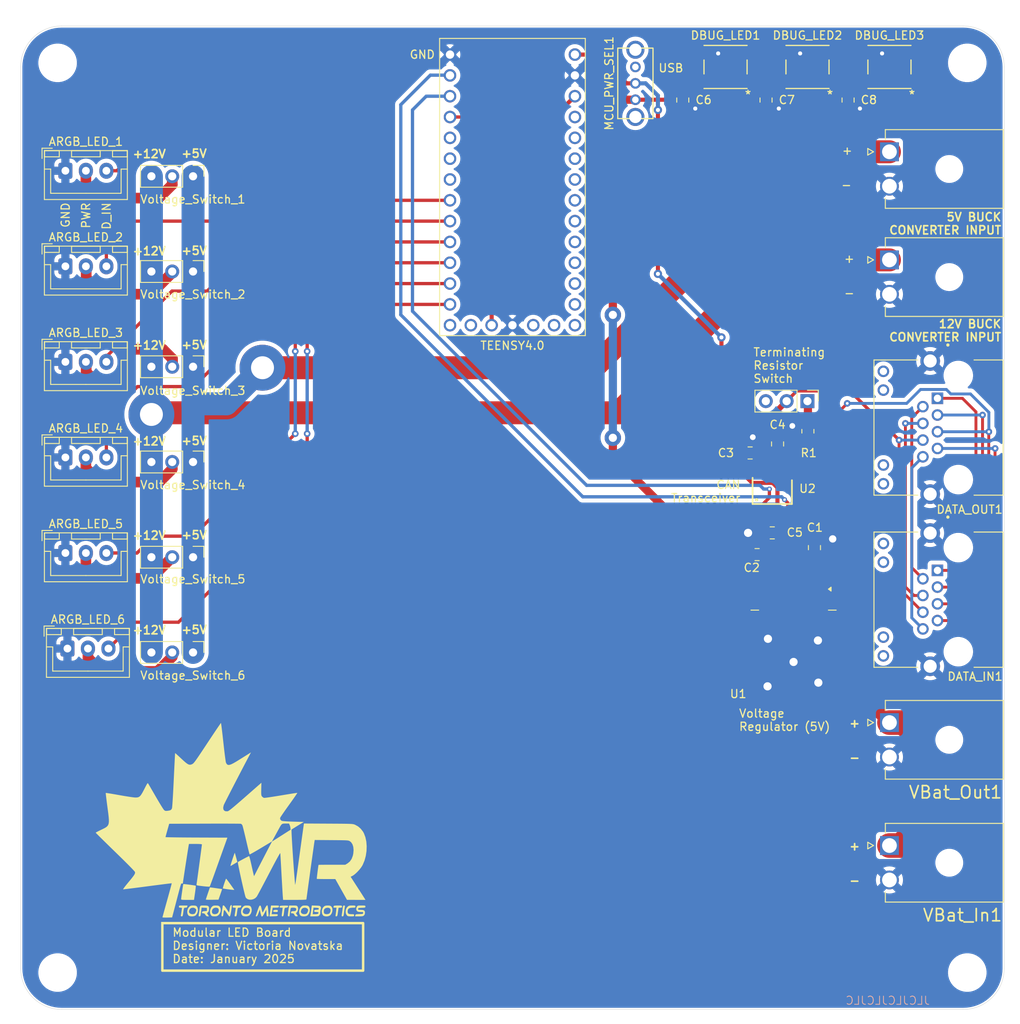
<source format=kicad_pcb>
(kicad_pcb (version 20240108) (generator "pcbnew") (generator_version "8.0")
  (layers (0 "F.Cu" signal) (31 "B.Cu" signal) (34 "B.Paste" user) (35 "F.Paste" user) (36 "B.SilkS" user "B.Silkscreen") (37 "F.SilkS" user "F.Silkscreen") (38 "B.Mask" user) (39 "F.Mask" user) (44 "Edge.Cuts" user))
  (net 0 "")
  (net 1 "+5V")
  (net 2 "GND")
  (net 3 "DEBUG_LED")
  (net 6 "+BATT")
  (net 7 "+3.3V")
  (net 15 "Net-(DBUG_LED1-DOUT)")
  (net 16 "Net-(DBUG_LED2-DOUT)")
  (net 18 "LED_1")
  (net 19 "LED_2")
  (net 20 "LED_3")
  (net 21 "CAN_L2")
  (net 22 "UART1RX")
  (net 23 "CAN_L3")
  (net 24 "CAN_H1")
  (net 25 "UART1TX")
  (net 26 "CAN_H3")
  (net 27 "CAN_L1")
  (net 28 "CAN_H2")
  (net 29 "LED_5")
  (net 30 "LED_6")
  (net 31 "CAN-")
  (net 32 "CAN+")
  (net 33 "+5V BUCK")
  (net 34 "Net-(TerminatingResistorSwitch1-Pin_1)")
  (net 35 "Net-(Voltage_Switch_1-Pin_2)")
  (net 36 "Net-(Voltage_Switch_2-Pin_2)")
  (net 37 "Net-(Voltage_Switch_3-Pin_2)")
  (net 38 "Net-(Voltage_Switch_4-Pin_2)")
  (net 39 "Net-(Voltage_Switch_5-Pin_2)")
  (net 40 "Net-(Voltage_Switch_6-Pin_2)")
  (net 62 "LED_4")
  (net 63 "+12V BUCK")
  (net 64 "+5VA")
  (footprint "Capacitor_SMD:C_0805_2012Metric_Pad1.18x1.45mm_HandSolder" (layer "F.Cu") (at 172.35 91 90)
    (property "Reference" "C4")
    (property "Value" "30pF")
  )
  (footprint "TMR-25-1-1-0 Modular Control Board Template Footprints:MOLEX_1726480102" (layer "F.Cu") (at 186 140 90)
    (property "Reference" "VBat_In1")
    (property "Value" "1726480102" (hide yes))
  )
  (footprint "1726480102:MOLEX_1726480102" (layer "F.Cu") (at 186 55.35 90)
    (property "Reference" "J2" (hide yes))
    (property "Value" "1726480102")
  )
  (footprint "TMR-25-1-1-0 Modular Control Board Template Footprints:ADAMTECH_MTJ-88ARX1-FSM-LG" (layer "F.Cu") (at 194.4 110 90)
    (property "Reference" "DATA_IN1")
    (property "Value" "MTJ-88ARX1-FSM-LG")
  )
  (footprint "Connector_PinHeader_2.54mm:PinHeader_1x03_P2.54mm_Vertical" (layer "F.Cu") (at 101.025 93.2 -90)
    (property "Reference" "Voltage_Switch_4" (hide yes))
    (property "Value" "~")
  )
  (footprint "Connector_PinHeader_2.54mm:PinHeader_1x03_P2.54mm_Vertical" (layer "F.Cu") (at 101.025 58.34 -90)
    (property "Reference" "Voltage_Switch_1")
    (property "Value" "~")
  )
  (footprint "Capacitor_SMD:C_0805_2012Metric_Pad1.18x1.45mm_HandSolder" (layer "F.Cu") (at 169 92.1 180)
    (property "Reference" "C3")
    (property "Value" "30pF_1")
  )
  (footprint "TMR-25-1-1-0 Modular Control Board Template Footprints:COM-16347_SPK-M" (layer "F.Cu") (at 176 45 180)
    (property "Reference" "DBUG_LED2")
    (property "Value" "COM-16347" (hide yes))
  )
  (footprint "MountingHole:MountingHole_4.3mm_M4" (layer "F.Cu") (at 84.5 155.5)
    (property "Reference" "REF**" (hide yes))
    (property "Value" "MountingHole_4.3mm_M4" (hide yes))
  )
  (footprint "Connector_PinHeader_2.54mm:PinHeader_1x03_P2.54mm_Vertical" (layer "F.Cu") (at 101.025 81.58 -90)
    (property "Reference" "Voltage_Switch_3" (hide yes))
    (property "Value" "~")
  )
  (footprint "1726480102:MOLEX_1726480102" (layer "F.Cu") (at 186 68.54 90)
    (property "Reference" "J1" (hide yes))
    (property "Value" "1726480102")
  )
  (footprint "TMR-25-1-1-0 Modular Control Board Template Footprints:COM-16347_SPK-M" (layer "F.Cu") (at 186 45 180)
    (property "Reference" "DBUG_LED3")
    (property "Value" "COM-16347" (hide yes))
  )
  (footprint "Capacitor_SMD:C_0805_2012Metric_Pad1.18x1.45mm_HandSolder" (layer "F.Cu") (at 171.7 101.85 180)
    (property "Reference" "C5")
    (property "Value" "0.1µF")
  )
  (footprint "Capacitor_SMD:C_0805_2012Metric_Pad1.18x1.45mm_HandSolder" (layer "F.Cu") (at 169.85 104.5 180)
    (property "Reference" "C2")
    (property "Value" "1uF")
  )
  (footprint "Capacitor_SMD:C_0805_2012Metric_Pad1.18x1.45mm_HandSolder" (layer "F.Cu") (at 160.782 49.0375 -90)
    (property "Reference" "C6")
    (property "Value" "0.1µF" (hide yes))
  )
  (footprint "MountingHole:MountingHole_4.3mm_M4" (layer "F.Cu") (at 195.5 155.5)
    (property "Reference" "REF**" (hide yes))
    (property "Value" "MountingHole_4.3mm_M4" (hide yes))
  )
  (footprint "MountingHole:MountingHole_4.3mm_M4" (layer "F.Cu") (at 84.5 44.5)
    (property "Reference" "REF**" (hide yes))
    (property "Value" "MountingHole_4.3mm_M4" (hide yes))
  )
  (footprint "TMR-25-1-1-0 Modular Control Board Template Footprints:MOLEX_1726480102" (layer "F.Cu") (at 186 125 90)
    (property "Reference" "VBat_Out1")
    (property "Value" "1726480102" (hide yes))
  )
  (footprint "Connector_JST:JST_XH_B3B-XH-A_1x03_P2.50mm_Vertical" (layer "F.Cu") (at 85.45 69.325)
    (property "Reference" "ARGB_LED_2")
    (property "Value" "B3B-XH-A(LF)(SN)")
  )
  (footprint "TMR-25-1-1-0 Modular Control Board Template Footprints:OS102011MS2QN1" (layer "F.Cu") (at 155 47 90)
    (property "Reference" "MCU_PWR_SEL1")
    (property "Value" "OS102011MS2QN1" (hide yes))
  )
  (footprint "TMR-25-1-1-0 Modular Control Board Template Footprints:MODULE_DEV-15583" (layer "F.Cu") (at 140 60)
    (property "Reference" "TEENSY4.0")
    (property "Value" "DEV-15583" (hide yes))
  )
  (footprint "Connector_JST:JST_XH_B3B-XH-A_1x03_P2.50mm_Vertical" (layer "F.Cu") (at 85.45 104.305)
    (property "Reference" "ARGB_LED_5")
    (property "Value" "B3B-XH-A(LF)(SN)")
  )
  (footprint "Capacitor_SMD:C_0805_2012Metric_Pad1.18x1.45mm_HandSolder" (layer "F.Cu") (at 180.95 49.0375 -90)
    (property "Reference" "C8")
    (property "Value" "0.1µF" (hide yes))
  )
  (footprint "Connector_PinHeader_2.54mm:PinHeader_1x03_P2.54mm_Vertical" (layer "F.Cu") (at 101.025 69.96 -90)
    (property "Reference" "Voltage_Switch_2" (hide yes))
    (property "Value" "~")
  )
  (footprint "Connector_PinHeader_2.54mm:PinHeader_1x03_P2.54mm_Vertical" (layer "F.Cu") (at 101.025 104.82 -90)
    (property "Reference" "Voltage_Switch_5" (hide yes))
    (property "Value" "~")
  )
  (footprint "Capacitor_SMD:C_0805_2012Metric_Pad1.18x1.45mm_HandSolder" (layer "F.Cu") (at 176.85 103.65 90)
    (property "Reference" "C1")
    (property "Value" "100nF1")
  )
  (footprint "Capacitor_SMD:C_0805_2012Metric_Pad1.18x1.45mm_HandSolder" (layer "F.Cu") (at 170.942 49.0375 -90)
    (property "Reference" "C7")
    (property "Value" "0.1µF" (hide yes))
  )
  (footprint "Resistor_SMD:R_0805_2012Metric_Pad1.20x1.40mm_HandSolder" (layer "F.Cu") (at 176.05 89.45 90)
    (property "Reference" "R1")
    (property "Value" "120Ω")
  )
  (footprint "TMR-25-1-1-0 Modular Control Board Template Footprints:ADAMTECH_MTJ-88ARX1-FSM-LG" (layer "F.Cu") (at 194.4 89 90)
    (property "Reference" "DATA_OUT1")
    (property "Value" "MTJ-88ARX1-FSM-LG")
  )
  (footprint "Connector_JST:JST_XH_B3B-XH-A_1x03_P2.50mm_Vertical" (layer "F.Cu") (at 85.45 80.985)
    (property "Reference" "ARGB_LED_3")
    (property "Value" "B3B-XH-A(LF)(SN)")
  )
  (footprint "TMR-25-1-1-0 Modular Control Board Template Footprints:COM-16347_SPK-M" (layer "F.Cu") (at 166 45 180)
    (property "Reference" "DBUG_LED1")
    (property "Value" "COM-16347" (hide yes))
  )
  (footprint "Connector_JST:JST_XH_B3B-XH-A_1x03_P2.50mm_Vertical" (layer "F.Cu") (at 85.45 57.665)
    (property "Reference" "ARGB_LED_1")
    (property "Value" "B3B-XH-A(LF)(SN)")
  )
  (footprint "LOGO" (layer "F.Cu") (at 106.5 137.9)
    (property "Reference" "G***" (hide yes))
    (property "Value" "LOGO" (hide yes))
  )
  (footprint "Connector_PinHeader_2.54mm:PinHeader_1x03_P2.54mm_Vertical" (layer "F.Cu") (at 175.995 85.775 -90)
    (property "Reference" "TerminatingResistorSwitch1" (hide yes))
    (property "Value" "Conn_01x03")
  )
  (footprint "Package_TO_SOT_SMD:TO-263-4" (layer "F.Cu") (at 174.3 116.1 -90)
    (property "Reference" "U1")
    (property "Value" "TLS850B0TEV50")
  )
  (footprint "Connector_PinHeader_2.54mm:PinHeader_1x03_P2.54mm_Vertical" (layer "F.Cu") (at 101.025 116.44 -90)
    (property "Reference" "Voltage_Switch_6" (hide yes))
    (property "Value" "~")
  )
  (footprint "MountingHole:MountingHole_4.3mm_M4" (layer "F.Cu") (at 195.5 44.5)
    (property "Reference" "REF**" (hide yes))
    (property "Value" "MountingHole_4.3mm_M4" (hide yes))
  )
  (footprint "Connector_JST:JST_XH_B3B-XH-A_1x03_P2.50mm_Vertical" (layer "F.Cu") (at 85.7 115.965)
    (property "Reference" "ARGB_LED_6")
    (property "Value" "B3B-XH-A(LF)(SN)")
  )
  (footprint "TJA1050:SOT96-1" (layer "F.Cu") (at 171.7 96.925)
    (property "Reference" "U2")
    (property "Value" "TJA1050T CAN Transceiver1")
  )
  (footprint "Connector_JST:JST_XH_B3B-XH-A_1x03_P2.50mm_Vertical" (layer "F.Cu") (at 85.45 92.645)
    (property "Reference" "ARGB_LED_4")
    (property "Value" "B3B-XH-A(LF)(SN)")
  )
  (gr_rect (start 97.278283 149.466547) (end 121.778283 155.266547) (stroke (width 0.3)) (fill none) (layer "F.SilkS"))
  (gr_arc (start 195 40) (mid 198.535534 41.464466) (end 200 45) (stroke (width 0.05)) (layer "Edge.Cuts"))
  (gr_line (start 85 40) (end 195 40) (stroke (width 0.05)) (layer "Edge.Cuts"))
  (gr_arc (start 80 45) (mid 81.464466 41.464466) (end 85 40) (stroke (width 0.05)) (layer "Edge.Cuts"))
  (gr_line (start 195 160) (end 85 160) (stroke (width 0.05)) (layer "Edge.Cuts"))
  (gr_line (start 200 45) (end 200 155) (stroke (width 0.05)) (layer "Edge.Cuts"))
  (gr_arc (start 85 160) (mid 81.464466 158.535534) (end 80 155) (stroke (width 0.05)) (layer "Edge.Cuts"))
  (gr_arc (start 200 155) (mid 198.535534 158.535534) (end 195 160) (stroke (width 0.05)) (layer "Edge.Cuts"))
  (gr_line (start 80 155) (end 80 45) (stroke (width 0.05)) (layer "Edge.Cuts"))
  (gr_text "JLCJLCJLCJLC" (at 191 159.5 0) (layer "B.SilkS") (effects (font (size 1 1) (thickness 0.1)) (justify left bottom mirror)))
  (gr_text "+" (at 181 140.664 0) (layer "F.SilkS") (effects (font (size 1 1) (thickness 0.2) (bold yes)) (justify left bottom)))
  (gr_text "+12V" (at 93.55 56.2 0) (layer "F.SilkS") (effects (font (size 1 1) (thickness 0.2) (bold yes)) (justify left bottom)))
  (gr_text "+12V" (at 93.55 114.3 0) (layer "F.SilkS") (effects (font (size 1 1) (thickness 0.2) (bold yes)) (justify left bottom)))
  (gr_text "Voltage_Switch_3" (at 101 84.5 0) (layer "F.SilkS") (effects (font (size 1 1))))
  (gr_text "-" (at 181.1 72.74 180) (layer "F.SilkS") (effects (font (size 1 1))))
  (gr_text "+5V" (at 99.5 56.15 0) (layer "F.SilkS") (effects (font (size 1 1) (thickness 0.2) (bold yes)) (justify left bottom)))
  (gr_text "GND" (at 86.05175 64.7 90) (layer "F.SilkS") (effects (font (size 1 1)) (justify left bottom)))
  (gr_text "+\n" (at 181.1 68.54 180) (layer "F.SilkS") (effects (font (size 1 1))))
  (gr_text "+12V" (at 93.55 102.75 0) (layer "F.SilkS") (effects (font (size 1 1) (thickness 0.2) (bold yes)) (justify left bottom)))
  (gr_text "+12V" (at 93.55 68.05 0) (layer "F.SilkS") (effects (font (size 1 1) (thickness 0.2) (bold yes)) (justify left bottom)))
  (gr_text "-" (at 181 129.864 0) (layer "F.SilkS") (effects (font (size 1 1) (thickness 0.2) (bold yes)) (justify left bottom)))
  (gr_text "+5V" (at 99.5 102.7 0) (layer "F.SilkS") (effects (font (size 1 1) (thickness 0.2) (bold yes)) (justify left bottom)))
  (gr_text "+5V" (at 99.5 79.5 0) (layer "F.SilkS") (effects (font (size 1 1) (thickness 0.2) (bold yes)) (justify left bottom)))
  (gr_text "Voltage_Switch_6\n" (at 101 119.25 0) (layer "F.SilkS") (effects (font (size 1 1))))
  (gr_text "+" (at 181 125.664 0) (layer "F.SilkS") (effects (font (size 1 1) (thickness 0.2) (bold yes)) (justify left bottom)))
  (gr_text "D_IN" (at 91.05175 64.938095 90) (layer "F.SilkS") (effects (font (size 1 1)) (justify left bottom)))
  (gr_text "+\n" (at 180.85 55.35 180) (layer "F.SilkS") (effects (font (size 1 1))))
  (gr_text "Voltage_Switch_4" (at 101 96 0) (layer "F.SilkS") (effects (font (size 1 1))))
  (gr_text "+5V" (at 99.5 68 0) (layer "F.SilkS") (effects (font (size 1 1) (thickness 0.2) (bold yes)) (justify left bottom)))
  (gr_text "USB" (at 157.734 45.72 0) (layer "F.SilkS") (effects (font (size 1 1) (thickness 0.153)) (justify left bottom)))
  (gr_text "+12V" (at 93.55 91.25 0) (layer "F.SilkS") (effects (font (size 1 1) (thickness 0.2) (bold yes)) (justify left bottom)))
  (gr_text "PWR" (at 88.55175 64.795238 90) (layer "F.SilkS") (effects (font (size 1 1)) (justify left bottom)))
  (gr_text "+12V" (at 93.55 79.55 0) (layer "F.SilkS") (effects (font (size 1 1) (thickness 0.2) (bold yes)) (justify left bottom)))
  (gr_text "+5V" (at 99.5 114.25 0) (layer "F.SilkS") (effects (font (size 1 1) (thickness 0.2) (bold yes)) (justify left bottom)))
  (gr_text "-" (at 181 144.864 0) (layer "F.SilkS") (effects (font (size 1 1) (thickness 0.2) (bold yes)) (justify left bottom)))
  (gr_text "Voltage_Switch_2" (at 101 72.75 0) (layer "F.SilkS") (effects (font (size 1 1))))
  (gr_text "Voltage_Switch_5" (at 101 107.5 0) (layer "F.SilkS") (effects (font (size 1 1))))
  (gr_text "-" (at 180.75 59.55 180) (layer "F.SilkS") (effects (font (size 1 1))))
  (gr_text "Modular LED Board\nDesigner: Victoria Novatska\nDate: January 2025" (at 98.428283 154.416547 0) (layer "F.SilkS") (effects (font (size 1 1)) (justify left bottom)))
  (gr_text "+5V" (at 99.5 91.2 0) (layer "F.SilkS") (effects (font (size 1 1) (thickness 0.2) (bold yes)) (justify left bottom)))
  (gr_text_box "Terminating \nResistor\nSwitch" (start 168.57 78.475) (end 178.37 83.975) (layer "F.SilkS") (effects (font (size 1 1) (thickness 0.15) (bold yes)) (justify left top)) (border yes))
  (gr_text_box "5V BUCK CONVERTER INPUT" (start 183.4 61.975) (end 200.5 66.025) (layer "F.SilkS") (effects (font (size 1 1) (thickness 0.2) (bold yes)) (justify right top)) (border no))
  (gr_text_box "Voltage Regulator (5V)" (start 166.81875 122.55) (end 179.98125 126.7) (layer "F.SilkS") (effects (font (size 1 1)) (justify left top)) (border yes))
  (gr_text_box "CAN \nTransceiver" (start 158.95 94.65) (end 168.65 98.75) (layer "F.SilkS") (effects (font (size 1 1)) (justify right top)) (border no))
  (gr_text_box "12V BUCK CONVERTER INPUT" (start 182.25 75.025) (end 200.5 77.975) (layer "F.SilkS") (effects (font (size 1 1) (thickness 0.2) (bold yes)) (justify right top)) (border no))
  (segment (start 177.139199 48) (end 180.848 48) (width 0.5) (layer "F.Cu") (net 1))
  (segment (start 153.75 49) (end 155 49) (width 1) (layer "F.Cu") (net 1))
  (segment (start 170.9 108.45) (end 170.9 104.5125) (width 1.1) (layer "F.Cu") (net 1))
  (segment (start 177.139199 48) (end 178.4892 46.649999) (width 0.5) (layer "F.Cu") (net 1))
  (segment (start 167.139199 48) (end 170.942 48) (width 0.5) (layer "F.Cu") (net 1))
  (segment (start 170.942 48) (end 177.139199 48) (width 0.5) (layer "F.Cu") (net 1))
  (segment (start 160.782 48) (end 167.139199 48) (width 0.5) (layer "F.Cu") (net 1))
  (segment (start 159.782 49) (end 160.782 48) (width 0.5) (layer "F.Cu") (net 1))
  (segment (start 152.25 92.5) (end 168.2 108.45) (width 1) (layer "F.Cu") (net 1))
  (segment (start 170.9 104.5125) (end 170.8875 104.5) (width 1.1) (layer "F.Cu") (net 1))
  (segment (start 168.2 108.45) (end 170.9 108.45) (width 1) (layer "F.Cu") (net 1))
  (segment (start 152.25 75.25) (end 152.25 50.5) (width 1) (layer "F.Cu") (net 1))
  (segment (start 152.25 90.25) (end 152.25 92.5) (width 1) (layer "F.Cu") (net 1))
  (segment (start 155 49) (end 159.782 49) (width 0.5) (layer "F.Cu") (net 1))
  (segment (start 167.139199 48) (end 168.4892 46.649999) (width 0.5) (layer "F.Cu") (net 1))
  (segment (start 187.139199 48) (end 188.4892 46.649999) (width 0.5) (layer "F.Cu") (net 1))
  (segment (start 152.25 50.5) (end 153.75 49) (width 1) (layer "F.Cu") (net 1))
  (segment (start 180.848 48) (end 187.139199 48) (width 0.5) (layer "F.Cu") (net 1))
  (segment (start 170.8875 104.5) (end 170.8875 104.3125) (width 1.1) (layer "F.Cu") (net 1))
  (via (at 152.25 75.25) (size 2) (drill 1) (layers "F.Cu" "B.Cu") (net 1))
  (via (at 152.25 90.25) (size 2) (drill 1) (layers "F.Cu" "B.Cu") (net 1))
  (segment (start 152.25 90.25) (end 152.25 75.25) (width 1) (layer "B.Cu") (net 1))
  (segment (start 169.795 93.9325) (end 167.9625 92.1) (width 0.7) (layer "F.Cu") (net 2))
  (segment (start 169.325 90.175) (end 169.5375 89.9625) (width 0.7) (layer "F.Cu") (net 2))
  (segment (start 173.5108 43.350001) (end 175.1 43.350001) (width 0.5) (layer "F.Cu") (net 2))
  (segment (start 170.942 50.075) (end 172.5 50.075) (width 0.5) (layer "F.Cu") (net 2))
  (segment (start 163.5108 43.350001) (end 165.1 43.350001) (width 0.5) (layer "F.Cu") (net 2))
  (segment (start 168.75 101.85) (end 170.6625 101.85) (width 1.1) (layer "F.Cu") (net 2))
  (segment (start 176.85 102.6125) (end 179.048792 102.6125) (width 0.9) (layer "F.Cu") (net 2))
  (segment (start 169.325 90.175) (end 167.9625 91.5375) (width 0.7) (layer "F.Cu") (net 2))
  (segment (start 168.75 101.85) (end 168.75 104.4375) (width 1.1) (layer "F.Cu") (net 2))
  (segment (start 171.065 100.735) (end 171.065 99.575) (width 0.7) (layer "F.Cu") (net 2))
  (segment (start 167.9625 91.5375) (end 167.9625 92.1) (width 0.7) (layer "F.Cu") (net 2))
  (segment (start 174.15 88.8) (end 172.9875 89.9625) (width 0.7) (layer "F.Cu") (net 2))
  (segment (start 170.6625 101.85) (end 170.6625 101.1375) (width 0.7) (layer "F.Cu") (net 2))
  (segment (start 169.795 94.275) (end 169.795 93.9325) (width 0.7) (layer "F.Cu") (net 2))
  (segment (start 180.848 50.075) (end 182.4 50.075) (width 0.5) (layer "F.Cu") (net 2))
  (segment (start 172.9875 89.9625) (end 172.35 89.9625) (width 0.7) (layer "F.Cu") (net 2))
  (segment (start 160.782 50.075) (end 162.306 50.075) (width 0.5) (layer "F.Cu") (net 2))
  (segment (start 170.6625 101.1375) (end 171.065 100.735) (width 0.7) (layer "F.Cu") (net 2))
  (segment (start 168.75 104.4375) (end 168.8125 104.5) (width 1.1) (layer "F.Cu") (net 2))
  (segment (start 179.048792 102.6125) (end 179.074195 102.587097) (width 0.9) (layer "F.Cu") (net 2))
  (segment (start 183.5108 43.350001) (end 185.1 43.350001) (width 0.5) (layer "F.Cu") (net 2))
  (via (at 165.1 43.350001) (size 1) (drill 0.5) (layers "F.Cu" "B.Cu") (net 2))
  (via (at 171.125 120.575) (size 2) (drill 1) (layers "F.Cu" "B.Cu") (net 2))
  (via (at 174.3 117.6) (size 2) (drill 1) (layers "F.Cu" "B.Cu") (net 2))
  (via (at 177.325 120.125) (size 2) (drill 1) (layers "F.Cu" "B.Cu") (net 2))
  (via (at 185.1 43.350001) (size 1) (drill 0.5) (layers "F.Cu" "B.Cu") (net 2))
  (via (at 182.4 50.075) (size 1) (drill 0.5) (layers "F.Cu" "B.Cu") (net 2))
  (via (at 162.306 50.075) (size 1) (drill 0.5) (layers "F.Cu" "B.Cu") (net 2))
  (via (at 174.15 88.8) (size 1.4) (drill 0.7) (layers "F.Cu" "B.Cu") (net 2))
  (via (at 175.1 43.350001) (size 1) (drill 0.5) (layers "F.Cu" "B.Cu") (net 2))
  (via (at 169.325 90.175) (size 1.4) (drill 0.7) (layers "F.Cu" "B.Cu") (net 2))
  (via (at 168.75 101.85) (size 2) (drill 1) (layers "F.Cu" "B.Cu") (net 2))
  (via (at 177.275 114.975) (size 2) (drill 1) (layers "F.Cu" "B.Cu") (net 2))
  (via (at 179.074195 102.587097) (size 1.8) (drill 0.9) (layers "F.Cu" "B.Cu") (net 2))
  (via (at 172.5 50.075) (size 1) (drill 0.5) (layers "F.Cu" "B.Cu") (net 2))
  (via (at 171.175 114.775) (size 2) (drill 1) (layers "F.Cu" "B.Cu") (net 2))
  (segment (start 158.155999 46.649999) (end 157.226 45.72) (width 0.4) (layer "F.Cu") (net 3))
  (segment (start 157.226 45.72) (end 157.226 42.037) (width 0.4) (layer "F.Cu") (net 3))
  (segment (start 157.226 42.037) (end 156.189 41) (width 0.4) (layer "F.Cu") (net 3))
  (segment (start 156.189 41) (end 147.214 41) (width 0.4) (layer "F.Cu") (net 3))
  (segment (start 147.214 41) (end 137.104 51.11) (width 0.4) (layer "F.Cu") (net 3))
  (segment (start 137.104 51.11) (end 132.38 51.11) (width 0.4) (layer "F.Cu") (net 3))
  (segment (start 163.424799 46.649999) (end 158.155999 46.649999) (width 0.4) (layer "F.Cu") (net 3))
  (segment (start 189.738 137.668) (end 187.406 140) (width 3) (layer "F.Cu") (net 6))
  (segment (start 182.3 112.1) (end 182.3 121.3) (width 1.5) (layer "F.Cu") (net 6))
  (segment (start 176 108.45) (end 177.7 108.45) (width 1) (layer "F.Cu") (net 6))
  (segment (start 187.738 125) (end 189.738 127) (width 3) (layer "F.Cu") (net 6))
  (segment (start 177.7 108.45) (end 178.65 108.45) (width 1.5) (layer "F.Cu") (net 6))
  (segment (start 182.3 121.3) (end 186 125) (width 1.5) (layer "F.Cu") (net 6))
  (segment (start 186 125) (end 187.738 125) (width 3) (layer "F.Cu") (net 6))
  (segment (start 187.406 140) (end 186 140) (width 3) (layer "F.Cu") (net 6))
  (segment (start 178.65 108.45) (end 182.3 112.1) (width 1.5) (layer "F.Cu") (net 6))
  (segment (start 189.738 127) (end 189.738 137.668) (width 3) (layer "F.Cu") (net 6))
  (segment (start 137.46 58.73) (end 137.46 76.51) (width 0.5) (layer "F.Cu") (net 7))
  (segment (start 147.62 48.57) (end 137.46 58.73) (width 0.5) (layer "F.Cu") (net 7))
  (segment (start 168.4892 43.350001) (end 170.210802 43.350001) (width 0.4) (layer "F.Cu") (net 15))
  (segment (start 170.210802 43.350001) (end 173.5108 46.649999) (width 0.4) (layer "F.Cu") (net 15))
  (segment (start 180.210802 43.350001) (end 183.5108 46.649999) (width 0.4) (layer "F.Cu") (net 16))
  (segment (start 178.4892 43.350001) (end 180.210802 43.350001) (width 0.4) (layer "F.Cu") (net 16))
  (segment (start 102.65 56.15) (end 107.77 61.27) (width 0.4) (layer "F.Cu") (net 18))
  (segment (start 107.77 61.27) (end 132.38 61.27) (width 0.4) (layer "F.Cu") (net 18))
  (segment (start 90.45 57.665) (end 91.735 57.665) (width 0.4) (layer "F.Cu") (net 18))
  (segment (start 91.735 57.665) (end 93.25 56.15) (width 0.4) (layer "F.Cu") (net 18))
  (segment (start 93.25 56.15) (end 102.65 56.15) (width 0.4) (layer "F.Cu") (net 18))
  (segment (start 91.14 63.81) (end 132.38 63.81) (width 0.4) (layer "F.Cu") (net 19))
  (segment (start 90.45 69.325) (end 90.45 64.5) (width 0.4) (layer "F.Cu") (net 19))
  (segment (start 90.45 64.5) (end 91.14 63.81) (width 0.4) (layer "F.Cu") (net 19))
  (segment (start 90.45 80.35) (end 98.45 72.35) (width 0.4) (layer "F.Cu") (net 20))
  (segment (start 98.45 72.35) (end 102.75 72.35) (width 0.4) (layer "F.Cu") (net 20))
  (segment (start 105.9 66.35) (end 132.38 66.35) (width 0.4) (layer "F.Cu") (net 20))
  (segment (start 102.75 72.35) (end 103.65 71.45) (width 0.4) (layer "F.Cu") (net 20))
  (segment (start 103.65 68.6) (end 105.9 66.35) (width 0.4) (layer "F.Cu") (net 20))
  (segment (start 90.45 80.985) (end 90.45 80.35) (width 0.4) (layer "F.Cu") (net 20))
  (segment (start 103.65 71.45) (end 103.65 68.6) (width 0.4) (layer "F.Cu") (net 20))
  (segment (start 172.335 92.0525) (end 172.35 92.0375) (width 0.7) (layer "F.Cu") (net 21))
  (segment (start 193.782 110.51) (end 191.86 110.51) (width 0.35) (layer "F.Cu") (net 21))
  (segment (start 198.12 89.523) (end 198.12 106.172) (width 0.35) (layer "F.Cu") (net 21))
  (segment (start 198.133 89.51) (end 198.12 89.523) (width 0.35) (layer "F.Cu") (net 21))
  (segment (start 180.85 86.05) (end 176.45 90.45) (width 0.35) (layer "F.Cu") (net 21))
  (segment (start 172.335 94.275) (end 172.335 92.0525) (width 0.7) (layer "F.Cu") (net 21))
  (segment (start 176.45 90.45) (end 176.05 90.45) (width 0.35) (layer "F.Cu") (net 21))
  (segment (start 172.35 92.0375) (end 174.4625 92.0375) (width 1.1) (layer "F.Cu") (net 21))
  (segment (start 198.12 106.172) (end 193.782 110.51) (width 0.35) (layer "F.Cu") (net 21))
  (segment (start 174.4625 92.0375) (end 176.05 90.45) (width 1.1) (layer "F.Cu") (net 21))
  (via (at 180.85 86.05) (size 0.8) (drill 0.35) (layers "F.Cu" "B.Cu") (net 21))
  (via (at 198.133 89.51) (size 0.8) (drill 0.35) (layers "F.Cu" "B.Cu") (net 21))
  (segment (start 188.1 86.05) (end 180.85 86.05) (width 0.35) (layer "B.Cu") (net 21))
  (segment (start 192.939 84.351) (end 189.799 84.351) (width 0.35) (layer "B.Cu") (net 21))
  (segment (start 193.488 84.9) (end 192.939 84.351) (width 0.35) (layer "B.Cu") (net 21))
  (segment (start 189.799 84.351) (end 188.1 86.05) (width 0.35) (layer "B.Cu") (net 21))
  (segment (start 198.133 89.51) (end 191.86 89.51) (width 0.35) (layer "B.Cu") (net 21))
  (segment (start 195.884016 84.9) (end 193.488 84.9) (width 0.35) (layer "B.Cu") (net 21))
  (segment (start 198.133 87.148984) (end 195.884016 84.9) (width 0.35) (layer "B.Cu") (net 21))
  (segment (start 198.133 89.51) (end 198.133 87.148984) (width 0.35) (layer "B.Cu") (net 21))
  (segment (start 190.08 107.45) (end 188.722 106.092) (width 0.35) (layer "F.Cu") (net 22))
  (segment (start 188.722 87.808) (end 190.08 86.45) (width 0.35) (layer "F.Cu") (net 22))
  (segment (start 188.722 106.092) (end 188.722 87.808) (width 0.35) (layer "F.Cu") (net 22))
  (segment (start 198.895 91.55) (end 198.882 91.563) (width 0.35) (layer "F.Cu") (net 23))
  (segment (start 193.52 112.55) (end 191.86 112.55) (width 0.35) (layer "F.Cu") (net 23))
  (segment (start 198.882 107.188) (end 193.52 112.55) (width 0.35) (layer "F.Cu") (net 23))
  (segment (start 198.882 91.563) (end 198.882 107.188) (width 0.35) (layer "F.Cu") (net 23))
  (via (at 198.895 91.55) (size 0.8) (drill 0.35) (layers "F.Cu" "B.Cu") (net 23))
  (segment (start 198.895 91.55) (end 191.86 91.55) (width 0.35) (layer "B.Cu") (net 23))
  (segment (start 188.992 109.49) (end 190.08 109.49) (width 0.35) (layer "F.Cu") (net 24))
  (segment (start 187.947 88.49) (end 187.947 108.445) (width 0.35) (layer "F.Cu") (net 24))
  (segment (start 187.947 108.445) (end 188.992 109.49) (width 0.35) (layer "F.Cu") (net 24))
  (via (at 187.947 88.49) (size 0.8) (drill 0.35) (layers "F.Cu" "B.Cu") (net 24))
  (segment (start 187.947 88.49) (end 190.08 88.49) (width 0.35) (layer "B.Cu") (net 24))
  (segment (start 194.904 85.43) (end 196.554 87.08) (width 0.35) (layer "F.Cu") (net 25))
  (segment (start 191.86 85.43) (end 194.904 85.43) (width 0.35) (layer "F.Cu") (net 25))
  (segment (start 194.814 106.43) (end 191.86 106.43) (width 0.35) (layer "F.Cu") (net 25))
  (segment (start 196.554 104.69) (end 194.814 106.43) (width 0.35) (layer "F.Cu") (net 25))
  (segment (start 196.554 87.08) (end 196.554 104.69) (width 0.35) (layer "F.Cu") (net 25))
  (segment (start 190.08 92.57) (end 188.722 93.928) (width 0.35) (layer "B.Cu") (net 26))
  (segment (start 188.722 112.212) (end 190.08 113.57) (width 0.35) (layer "B.Cu") (net 26))
  (segment (start 188.722 93.928) (end 188.722 112.212) (width 0.35) (layer "B.Cu") (net 26))
  (segment (start 197.358 105.41) (end 194.298 108.47) (width 0.35) (layer "F.Cu") (net 27))
  (segment (start 194.298 108.47) (end 191.86 108.47) (width 0.35) (layer "F.Cu") (net 27))
  (segment (start 197.358 87.47) (end 197.358 105.41) (width 0.35) (layer "F.Cu") (net 27))
  (via (at 197.358 87.47) (size 0.8) (drill 0.35) (layers "F.Cu" "B.Cu") (net 27))
  (segment (start 197.279 87.47) (end 191.86 87.47) (width 0.35) (layer "B.Cu") (net 27))
  (segment (start 187.172 90.53) (end 187.172 108.622) (width 0.35) (layer "F.Cu") (net 28))
  (segment (start 170.0375 92.1) (end 170.7 91.4375) (width 0.7) (layer "F.Cu") (net 28))
  (segment (start 170.7 88.53) (end 173.455 85.775) (width 0.7) (layer "F.Cu") (net 28))
  (segment (start 180.342 84.55) (end 181.2 84.55) (width 0.4) (layer "F.Cu") (net 28))
  (segment (start 171.065 93.1275) (end 170.0375 92.1) (width 0.7) (layer "F.Cu") (net 28))
  (segment (start 171.065 94.275) (end 171.065 93.1275) (width 0.7) (layer "F.Cu") (net 28))
  (segment (start 187.172 108.622) (end 190.08 111.53) (width 0.35) (layer "F.Cu") (net 28))
  (segment (start 180.317 84.525) (end 180.342 84.55) (width 0.4) (layer "F.Cu") (net 28))
  (segment (start 181.2 84.55) (end 187.172 90.522) (width 0.4) (layer "F.Cu") (net 28))
  (segment (start 174.705 84.525) (end 180.317 84.525) (width 0.4) (layer "F.Cu") (net 28))
  (segment (start 173.455 85.775) (end 174.705 84.525) (width 0.4) (layer "F.Cu") (net 28))
  (segment (start 187.172 90.522) (end 187.172 90.53) (width 0.4) (layer "F.Cu") (net 28))
  (segment (start 170.7 91.4375) (end 170.7 88.53) (width 0.7) (layer "F.Cu") (net 28))
  (via (at 187.172 90.53) (size 0.8) (drill 0.35) (layers "F.Cu" "B.Cu") (net 28))
  (segment (start 187.172 90.53) (end 190.08 90.53) (width 0.35) (layer "B.Cu") (net 28))
  (segment (start 94.195 104.305) (end 90.45 104.305) (width 0.4) (layer "F.Cu") (net 29))
  (segment (start 116.18005 71.43) (end 132.38 71.43) (width 0.4) (layer "F.Cu") (net 29))
  (segment (start 113.5 74.11005) (end 116.18005 71.43) (width 0.4) (layer "F.Cu") (net 29))
  (segment (start 113.5 89.75) (end 101 102.25) (width 0.4) (layer "F.Cu") (net 29))
  (segment (start 96.25 102.25) (end 94.195 104.305) (width 0.4) (layer "F.Cu") (net 29))
  (segment (start 113.5 79.7) (end 113.5 74.11005) (width 0.4) (layer "F.Cu") (net 29))
  (segment (start 101 102.25) (end 96.25 102.25) (width 0.4) (layer "F.Cu") (net 29))
  (via (at 113.5 89.75) (size 0.8) (drill 0.4) (layers "F.Cu" "B.Cu") (net 29))
  (via (at 113.5 79.7) (size 0.8) (drill 0.4) (layers "F.Cu" "B.Cu") (net 29))
  (segment (start 113.5 89.75) (end 113.5 79.7) (width 0.4) (layer "B.Cu") (net 29))
  (segment (start 99.25 112.75) (end 93.915 112.75) (width 0.4) (layer "F.Cu") (net 30))
  (segment (start 114.95 97.05) (end 99.25 112.75) (width 0.4) (layer "F.Cu") (net 30))
  (segment (start 93.915 112.75) (end 90.7 115.965) (width 0.4) (layer "F.Cu") (net 30))
  (segment (start 116.28 73.97) (end 132.38 73.97) (width 0.4) (layer "F.Cu") (net 30))
  (segment (start 114.95 75.3) (end 116.28 73.97) (width 0.4) (layer "F.Cu") (net 30))
  (segment (start 114.95 89.75) (end 114.95 97.05) (width 0.4) (layer "F.Cu") (net 30))
  (segment (start 114.95 79.7) (end 114.95 75.3) (width 0.4) (layer "F.Cu") (net 30))
  (via (at 114.95 89.75) (size 0.8) (drill 0.4) (layers "F.Cu" "B.Cu") (net 30))
  (via (at 114.95 79.7) (size 0.8) (drill 0.4) (layers "F.Cu" "B.Cu") (net 30))
  (segment (start 114.95 89.75) (end 114.95 79.7) (width 0.4) (layer "B.Cu") (net 30))
  (segment (start 169.795 99.105) (end 169.795 99.575) (width 0.4) (layer "F.Cu") (net 31))
  (segment (start 171.35 97.55) (end 169.795 99.105) (width 0.4) (layer "F.Cu") (net 31))
  (segment (start 171.35 96.5) (end 171.35 97.55) (width 0.4) (layer "F.Cu") (net 31))
  (via (at 171.35 96.5) (size 0.6) (drill 0.3) (layers "F.Cu" "B.Cu") (net 31))
  (segment (start 127.8 50.25) (end 127.8 74.8) (width 0.4) (layer "B.Cu") (net 31))
  (segment (start 170.2 96.05) (end 170.65 96.5) (width 0.4) (layer "B.Cu") (net 31))
  (segment (start 170.65 96.5) (end 171.35 96.5) (width 0.4) (layer "B.Cu") (net 31))
  (segment (start 127.8 74.8) (end 149.05 96.05) (width 0.4) (layer "B.Cu") (net 31))
  (segment (start 132.38 48.57) (end 129.48 48.57) (width 0.4) (layer "B.Cu") (net 31))
  (segment (start 129.48 48.57) (end 127.8 50.25) (width 0.4) (layer "B.Cu") (net 31))
  (segment (start 149.05 96.05) (end 170.2 96.05) (width 0.4) (layer "B.Cu") (net 31))
  (segment (start 173.2 97.8) (end 173.605 98.205) (width 0.4) (layer "F.Cu") (net 32))
  (segment (start 173.605 98.205) (end 173.605 99.575) (width 0.4) (layer "F.Cu") (net 32))
  (via (at 173.2 97.8) (size 0.6) (drill 0.3) (layers "F.Cu" "B.Cu") (net 32))
  (segment (start 129.9818 46) (end 132.35 46) (width 0.4) (layer "B.Cu") (net 32))
  (segment (start 173.2 97.8) (end 172.85 97.45) (width 0.4) (layer "B.Cu") (net 32))
  (segment (start 126.375 75.2432) (end 126.375 49.6068) (width 0.4) (layer "B.Cu") (net 32))
  (segment (start 132.35 46) (end 132.38 46.03) (width 0.4) (layer "B.Cu") (net 32))
  (segment (start 126.375 49.6068) (end 129.9818 46) (width 0.4) (layer "B.Cu") (net 32))
  (segment (start 148.5818 97.45) (end 126.375 75.2432) (width 0.4) (layer "B.Cu") (net 32))
  (segment (start 172.85 97.45) (end 148.5818 97.45) (width 0.4) (layer "B.Cu") (net 32))
  (segment (start 109.5 81.7) (end 149.9 81.7) (width 2.8) (layer "F.Cu") (net 33))
  (segment (start 149.9 81.7) (end 176.25 55.35) (width 2.8) (layer "F.Cu") (net 33))
  (segment (start 176.25 55.35) (end 186 55.35) (width 2.8) (layer "F.Cu") (net 33))
  (via (at 109.5 81.7) (size 5.6) (drill 2.8) (layers "F.Cu" "B.Cu") (net 33))
  (segment (start 101.025 86.3) (end 101.025 86.1) (width 2.8) (layer "B.Cu") (net 33))
  (segment (start 109.5 81.7) (end 105.1 86.1) (width 2.8) (layer "B.Cu") (net 33))
  (segment (start 105.1 86.1) (end 101.025 86.1) (width 2.8) (layer "B.Cu") (net 33))
  (segment (start 101.025 83.95) (end 101.025 58.34) (width 2.8) (layer "B.Cu") (net 33))
  (segment (start 101.025 116.44) (end 101.025 86.3) (width 2.8) (layer "B.Cu") (net 33))
  (segment (start 101.025 86.1) (end 101.025 83.95) (width 2.8) (layer "B.Cu") (net 33))
  (segment (start 176.05 88.45) (end 176.05 85.83) (width 1) (layer "F.Cu") (net 34))
  (segment (start 176.05 85.83) (end 175.995 85.775) (width 1) (layer "F.Cu") (net 34))
  (segment (start 87.95 59.35) (end 87.95 57.665) (width 1.3) (layer "F.Cu") (net 35))
  (segment (start 96.85 61) (end 89.6 61) (width 1.3) (layer "F.Cu") (net 35))
  (segment (start 98.485 58.34) (end 98.485 59.365) (width 1.3) (layer "F.Cu") (net 35))
  (segment (start 89.6 61) (end 87.95 59.35) (width 1.3) (layer "F.Cu") (net 35))
  (segment (start 98.485 59.365) (end 96.85 61) (width 1.3) (layer "F.Cu") (net 35))
  (segment (start 95.8625 72.725) (end 98.5225 70.065) (width 1.3) (layer "F.Cu") (net 36))
  (segment (start 89.9375 72.725) (end 95.8625 72.725) (width 1.3) (layer "F.Cu") (net 36))
  (segment (start 87.9875 69.39) (end 87.9875 70.775) (width 1.3) (layer "F.Cu") (net 36))
  (segment (start 87.9875 70.775) (end 89.9375 72.725) (width 1.3) (layer "F.Cu") (net 36))
  (segment (start 91.5 83.25) (end 93.25 81.5) (width 1.3) (layer "F.Cu") (net 37))
  (segment (start 89 83.25) (end 91.5 83.25) (width 1.3) (layer "F.Cu") (net 37))
  (segment (start 93.25 81.5) (end 93.25 80) (width 1.3) (layer "F.Cu") (net 37))
  (segment (start 93.25 80) (end 93.8 79.45) (width 1.3) (layer "F.Cu") (net 37))
  (segment (start 87.9875 82.2375) (end 89 83.25) (width 1.3) (layer "F.Cu") (net 37))
  (segment (start 98.5225 80.6225) (end 98.5225 81.725) (width 1.3) (layer "F.Cu") (net 37))
  (segment (start 87.9875 81.05) (end 87.9875 82.2375) (width 1.3) (layer "F.Cu") (net 37))
  (segment (start 93.8 79.45) (end 97.35 79.45) (width 1.3) (layer "F.Cu") (net 37))
  (segment (start 97.35 79.45) (end 98.5225 80.6225) (width 1.3) (layer "F.Cu") (net 37))
  (segment (start 89.65 95.65) (end 87.95 93.95) (width 1.3) (layer "F.Cu") (net 38))
  (segment (start 96.9 95.65) (end 89.65 95.65) (width 1.3) (layer "F.Cu") (net 38))
  (segment (start 98.485 94.065) (end 96.9 95.65) (width 1.3) (layer "F.Cu") (net 38))
  (segment (start 87.95 93.95) (end 87.95 92.645) (width 1.3) (layer "F.Cu") (net 38))
  (segment (start 98.485 93.2) (end 98.485 94.065) (width 1.3) (layer "F.Cu") (net 38))
  (segment (start 89.4 107.4) (end 87.95 105.95) (width 1.3) (layer "F.Cu") (net 39))
  (segment (start 95.905 107.4) (end 89.4 107.4) (width 1.3) (layer "F.Cu") (net 39))
  (segment (start 98.485 104.82) (end 95.905 107.4) (width 1.3) (layer "F.Cu") (net 39))
  (segment (start 87.95 105.95) (end 87.95 104.305) (width 1.3) (layer "F.Cu") (net 39))
  (segment (start 88.2 117.1) (end 89.85 118.75) (width 1.3) (layer "F.Cu") (net 40))
  (segment (start 96.7 118.75) (end 98.485 116.965) (width 1.3) (layer "F.Cu") (net 40))
  (segment (start 98.485 116.965) (end 98.485 116.44) (width 1.3) (layer "F.Cu") (net 40))
  (segment (start 88.2 115.965) (end 88.2 117.1) (width 1.3) (layer "F.Cu") (net 40))
  (segment (start 89.85 118.75) (end 96.7 118.75) (width 1.3) (layer "F.Cu") (net 40))
  (segment (start 90.45 87.8) (end 94.25 84) (width 0.4) (layer "F.Cu") (net 62))
  (segment (start 101.105 84) (end 104.55 80.555) (width 0.4) (layer "F.Cu") (net 62))
  (segment (start 104.55 80.555) (end 104.55 70.25) (width 0.4) (layer "F.Cu") (net 62))
  (segment (start 90.45 92.645) (end 90.45 87.8) (width 0.4) (layer "F.Cu") (net 62))
  (segment (start 94.25 84) (end 101.105 84) (width 0.4) (layer "F.Cu") (net 62))
  (segment (start 105.91 68.89) (end 132.38 68.89) (width 0.4) (layer "F.Cu") (net 62))
  (segment (start 104.55 70.25) (end 105.91 68.89) (width 0.4) (layer "F.Cu") (net 62))
  (segment (start 152.95 87.2) (end 171.61 68.54) (width 2.8) (layer "F.Cu") (net 63))
  (segment (start 171.61 68.54) (end 186 68.54) (width 2.8) (layer "F.Cu") (net 63))
  (segment (start 95.945 87.4) (end 96.145 87.2) (width 2.8) (layer "F.Cu") (net 63))
  (segment (start 96.145 87.2) (end 152.95 87.2) (width 2.8) (layer "F.Cu") (net 63))
  (via (at 95.945 87.4) (size 5.6) (drill 2.8) (layers "F.Cu" "B.Cu") (net 63))
  (segment (start 95.945 101.8) (end 95.945 116.44) (width 2.8) (layer "B.Cu") (net 63))
  (segment (start 95.945 100.55) (end 95.945 101.8) (width 2.8) (layer "B.Cu") (net 63))
  (segment (start 95.945 58.34) (end 95.945 100.55) (width 2.8) (layer "B.Cu") (net 63))
  (segment (start 147.62 43.49) (end 150.424 43.49) (width 0.5) (layer "F.Cu") (net 64))
  (segment (start 172.7375 102.4625) (end 172.7375 101.85) (width 1.1) (layer "F.Cu") (net 64))
  (segment (start 172.335 96.335) (end 172.335 99.575) (width 0.5) (layer "F.Cu") (net 64))
  (segment (start 165.5 78) (end 165.5 92) (width 0.5) (layer "F.Cu") (net 64))
  (segment (start 172.335 99.575) (end 172.335 100.685) (width 0.7) (layer "F.Cu") (net 64))
  (segment (start 153.934 47) (end 155 47) (width 0.5) (layer "F.Cu") (net 64))
  (segment (start 171.75 95.75) (end 172.335 96.335) (width 0.5) (layer "F.Cu") (net 64))
  (segment (start 172.335 100.685) (end 172.7375 101.0875) (width 0.7) (layer "F.Cu") (net 64))
  (segment (start 150.424 43.49) (end 153.934 47) (width 0.5) (layer "F.Cu") (net 64))
  (segment (start 172.7375 101.0875) (end 172.7375 101.85) (width 0.7) (layer "F.Cu") (net 64))
  (segment (start 165.5 92) (end 169.25 95.75) (width 0.5) (layer "F.Cu") (net 64))
  (segment (start 157.75 50.25) (end 157.75 70.25) (width 0.5) (layer "F.Cu") (net 64))
  (segment (start 169.25 95.75) (end 171.75 95.75) (width 0.5) (layer "F.Cu") (net 64))
  (via (at 165.5 78) (size 1) (drill 0.5) (layers "F.Cu" "B.Cu") (net 64))
  (via (at 157.75 70.25) (size 1) (drill 0.5) (layers "F.Cu" "B.Cu") (net 64))
  (via (at 157.75 50.25) (size 1) (drill 0.5) (layers "F.Cu" "B.Cu") (net 64))
  (segment (start 157.75 48.5) (end 156.25 47) (width 0.5) (layer "B.Cu") (net 64))
  (segment (start 157.75 50.25) (end 157.75 48.5) (width 0.5) (layer "B.Cu") (net 64))
  (segment (start 157.75 70.25) (end 165.5 78) (width 0.5) (layer "B.Cu") (net 64))
  (segment (start 156.25 47) (end 155 47) (width 0.5) (layer "B.Cu") (net 64))
  (zone (net 6) (net_name "+BATT") (layer "F.Cu") (priority 2) (connect_pads yes (clearance 0.5)) (min_thickness 0.25) (fill yes (thermal_gap 1) (thermal_bridge_width 1))
    (polygon (pts (xy 175.45 110.8) (xy 175.4 104.07) (xy 178.45 104.07) (xy 178.45 110.75) (xy 175.95 110.75)))
  )
  (zone (net 2) (net_name "GND") (layer "B.Cu") (connect_pads (clearance 0.5)) (min_thickness 0.25) (fill yes (thermal_gap 0.5) (thermal_bridge_width 1))
    (polygon (pts (xy 77.47 36.83) (xy 77.47 161.544) (xy 201.676 161.798) (xy 201.93 36.83)))
  )
)
</source>
